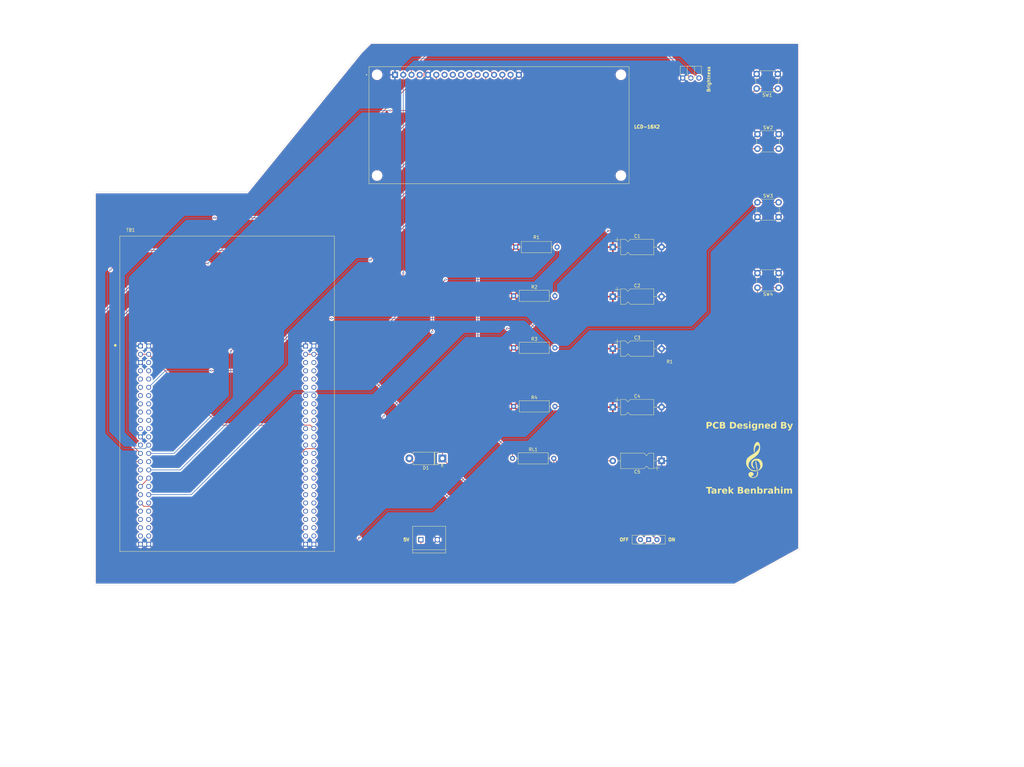
<source format=kicad_pcb>
(kicad_pcb (version 20240108) (generator "pcbnew") (generator_version "8.0")
  (layers (0 "F.Cu" signal) (31 "B.Cu" signal) (34 "B.Paste" user) (35 "F.Paste" user) (36 "B.SilkS" user "B.Silkscreen") (37 "F.SilkS" user "F.Silkscreen") (38 "B.Mask" user) (39 "F.Mask" user) (44 "Edge.Cuts" user))
  (net 0 "")
  (net 1 "+5V")
  (net 2 "GND")
  (net 3 "Net-(D1-K)")
  (net 4 "Net-(D1-A)")
  (net 5 "Net-(J1-Pin_1)")
  (net 6 "Net-(TB1-PB14)")
  (net 7 "Net-(TB1-PB15)")
  (net 8 "Net-(TB1-PA0-WKUP)")
  (net 9 "Net-(TB1-PC8)")
  (net 10 "Net-(U1-A)")
  (net 11 "Net-(U1-VO)")
  (net 36 "Net-(TB1-PE10)")
  (net 38 "Net-(TB1-3V-PadP2_5)")
  (net 40 "Net-(TB1-VDD-PadP1_3)")
  (net 44 "Net-(TB1-PE9)")
  (net 52 "Net-(TB1-PE14)")
  (net 64 "Net-(TB1-PE11)")
  (net 72 "Net-(TB1-PE7)")
  (net 75 "Net-(TB1-PE8)")
  (net 88 "Net-(TB1-PB10)")
  (footprint "Button_Switch_THT:SW_PUSH_6mm_H4.3mm" (layer "F.Cu") (at 537 82.25)
    (property "Reference" "SW3" (at 3.25 -2 0) (layer "F.SilkS"))
    (property "Value" "SW_Push")
    (pad "1" thru_hole circle (at 0 0 90) (size 2 2) (drill 1.1) (layers "*.Cu" "*.Mask") (net 8 "Net-(TB1-PA0-WKUP)"))
    (pad "1" thru_hole circle (at 6.5 0 90) (size 2 2) (drill 1.1) (layers "*.Cu" "*.Mask") (net 8 "Net-(TB1-PA0-WKUP)"))
    (pad "2" thru_hole circle (at 0 4.5 90) (size 2 2) (drill 1.1) (layers "*.Cu" "*.Mask") (net 2 "GND"))
    (pad "2" thru_hole circle (at 6.5 4.5 90) (size 2 2) (drill 1.1) (layers "*.Cu" "*.Mask") (net 2 "GND"))
  )
  (footprint "Resistor_THT:R_Axial_DIN0309_L9.0mm_D3.2mm_P12.70mm_Horizontal" (layer "F.Cu") (at 461.65 161)
    (property "Reference" "RL1" (at 6.35 -2.72 0) (layer "F.SilkS"))
    (property "Value" "1K")
    (pad "1" thru_hole circle (at 0 0) (size 1.6 1.6) (drill 0.8) (layers "*.Cu" "*.Mask") (net 10 "Net-(U1-A)"))
    (pad "2" thru_hole oval (at 12.7 0) (size 1.6 1.6) (drill 0.8) (layers "*.Cu" "*.Mask") (net 3 "Net-(D1-K)"))
  )
  (footprint "Diode_THT:D_DO-15_P10.16mm_Horizontal" (layer "F.Cu") (at 440.08 161 180)
    (property "Reference" "D1" (at 5.08 -2.92 360) (layer "F.SilkS"))
    (property "Value" "D_Schottky")
    (fp_text user "K" (at 0 -2.2 360) (layer "F.SilkS"))
    (pad "1" thru_hole rect (at 0 0 180) (size 2.4 2.4) (drill 1.2) (layers "*.Cu" "*.Mask") (net 3 "Net-(D1-K)"))
    (pad "2" thru_hole oval (at 10.16 0 180) (size 2.4 2.4) (drill 1.2) (layers "*.Cu" "*.Mask") (net 4 "Net-(D1-A)"))
  )
  (footprint "Resistor_THT:R_Axial_DIN0309_L9.0mm_D3.2mm_P12.70mm_Horizontal" (layer "F.Cu") (at 462 145)
    (property "Reference" "R4" (at 6.35 -2.72 0) (layer "F.SilkS"))
    (property "Value" "1K")
    (pad "1" thru_hole circle (at 0 0) (size 1.6 1.6) (drill 0.8) (layers "*.Cu" "*.Mask") (net 1 "+5V"))
    (pad "2" thru_hole oval (at 12.7 0) (size 1.6 1.6) (drill 0.8) (layers "*.Cu" "*.Mask") (net 9 "Net-(TB1-PC8)"))
  )
  (footprint "Capacitor_THT:CP_Axial_L10.0mm_D4.5mm_P15.00mm_Horizontal" (layer "F.Cu") (at 492.5 111.2425)
    (property "Reference" "C2" (at 7.5 -3.37 0) (layer "F.SilkS"))
    (property "Value" "100n")
    (pad "1" thru_hole rect (at 0 0) (size 2 2) (drill 1) (layers "*.Cu" "*.Mask") (net 1 "+5V"))
    (pad "2" thru_hole oval (at 15 0) (size 2 2) (drill 1) (layers "*.Cu" "*.Mask") (net 2 "GND"))
  )
  (footprint "Capacitor_THT:CP_Axial_L10.0mm_D4.5mm_P15.00mm_Horizontal" (layer "F.Cu") (at 492.5 145.2425)
    (property "Reference" "C4" (at 7.5 -3.37 0) (layer "F.SilkS"))
    (property "Value" "100n")
    (pad "1" thru_hole rect (at 0 0) (size 2 2) (drill 1) (layers "*.Cu" "*.Mask") (net 1 "+5V"))
    (pad "2" thru_hole oval (at 15 0) (size 2 2) (drill 1) (layers "*.Cu" "*.Mask") (net 2 "GND"))
  )
  (footprint "LOGO" (layer "F.Cu") (at 536 161)
    (property "Reference" "G***" (hide yes))
    (property "Value" "LOGO" (hide yes))
  )
  (footprint "scewterminal:screwterminal" (layer "F.Cu") (at 436 186)
    (property "Reference" "J1" (hide yes))
    (property "Value" "Screw_Terminal_01x02" (hide yes))
    (pad "1" thru_hole rect (at -2.54 0) (size 1.65 1.65) (drill 1.1) (layers "*.Cu" "*.Mask") (net 5 "Net-(J1-Pin_1)"))
    (pad "2" thru_hole circle (at 2.54 0) (size 1.65 1.65) (drill 1.1) (layers "*.Cu" "*.Mask") (net 2 "GND"))
  )
  (footprint "Capacitor_THT:CP_Axial_L10.0mm_D4.5mm_P15.00mm_Horizontal" (layer "F.Cu") (at 492.5 127.2425)
    (property "Reference" "C3" (at 7.5 -3.37 0) (layer "F.SilkS"))
    (property "Value" "100n")
    (pad "1" thru_hole rect (at 0 0) (size 2 2) (drill 1) (layers "*.Cu" "*.Mask") (net 1 "+5V"))
    (pad "2" thru_hole oval (at 15 0) (size 2 2) (drill 1) (layers "*.Cu" "*.Mask") (net 2 "GND"))
  )
  (footprint "Button_Switch_THT:SW_Slide-03_Wuerth-WS-SLTV_10x2.5x6.4_P2.54mm" (layer "F.Cu") (at 503.54 186)
    (property "Reference" "SW5" (hide yes))
    (property "Value" "SW_Wuerth_450301014042" (hide yes))
    (pad "1" thru_hole rect (at 0 0) (size 1.5 1.5) (drill 0.8) (layers "*.Cu" "*.Mask") (net 5 "Net-(J1-Pin_1)"))
    (pad "2" thru_hole circle (at -2.54 0) (size 1.6 1.6) (drill 0.8) (layers "*.Cu" "*.Mask"))
    (pad "3" thru_hole circle (at 2.54 0) (size 1.6 1.6) (drill 0.8) (layers "*.Cu" "*.Mask") (net 4 "Net-(D1-A)"))
  )
  (footprint "stm32:MODULE_STM32F4DISCOVERY" (layer "F.Cu") (at 373.87 141.12)
    (property "Reference" "TB1" (at -29.704825 -50.357815 0) (layer "F.SilkS") (effects (font (size 1.000654 1.000654))))
    (property "Value" "STM32F4DISCOVERY")
    (pad "P1_1" thru_hole rect (at -26.67 -14.68) (size 1.508 1.508) (drill 1) (layers "*.Cu" "*.Mask") (net 2 "GND"))
    (pad "P1_2" thru_hole circle (at -24.13 -14.68) (size 1.508 1.508) (drill 1) (layers "*.Cu" "*.Mask") (net 2 "GND"))
    (pad "P1_3" thru_hole circle (at -26.67 -12.14) (size 1.508 1.508) (drill 1) (layers "*.Cu" "*.Mask") (net 40 "Net-(TB1-VDD-PadP1_3)"))
    (pad "P1_4" thru_hole circle (at -24.13 -12.14) (size 1.508 1.508) (drill 1) (layers "*.Cu" "*.Mask") (net 40 "Net-(TB1-VDD-PadP1_3)"))
    (pad "P1_5" thru_hole circle (at -26.67 -9.6) (size 1.508 1.508) (drill 1) (layers "*.Cu" "*.Mask") (net 2 "GND"))
    (pad "P1_6" thru_hole circle (at -24.13 -9.6) (size 1.508 1.508) (drill 1) (layers "*.Cu" "*.Mask"))
    (pad "P1_7" thru_hole circle (at -26.67 -7.06) (size 1.508 1.508) (drill 1) (layers "*.Cu" "*.Mask"))
    (pad "P1_8" thru_hole circle (at -24.13 -7.06) (size 1.508 1.508) (drill 1) (layers "*.Cu" "*.Mask"))
    (pad "P1_9" thru_hole circle (at -26.67 -4.52) (size 1.508 1.508) (drill 1) (layers "*.Cu" "*.Mask"))
    (pad "P1_10" thru_hole circle (at -24.13 -4.52) (size 1.508 1.508) (drill 1) (layers "*.Cu" "*.Mask"))
    (pad "P1_11" thru_hole circle (at -26.67 -1.98) (size 1.508 1.508) (drill 1) (layers "*.Cu" "*.Mask"))
    (pad "P1_12" thru_hole circle (at -24.13 -1.98) (size 1.508 1.508) (drill 1) (layers "*.Cu" "*.Mask") (net 8 "Net-(TB1-PA0-WKUP)"))
    (pad "P1_13" thru_hole circle (at -26.67 0.56) (size 1.508 1.508) (drill 1) (layers "*.Cu" "*.Mask"))
    (pad "P1_14" thru_hole circle (at -24.13 0.56) (size 1.508 1.508) (drill 1) (layers "*.Cu" "*.Mask"))
    (pad "P1_15" thru_hole circle (at -26.67 3.1) (size 1.508 1.508) (drill 1) (layers "*.Cu" "*.Mask"))
    (pad "P1_16" thru_hole circle (at -24.13 3.1) (size 1.508 1.508) (drill 1) (layers "*.Cu" "*.Mask"))
    (pad "P1_17" thru_hole circle (at -26.67 5.64) (size 1.508 1.508) (drill 1) (layers "*.Cu" "*.Mask"))
    (pad "P1_18" thru_hole circle (at -24.13 5.64) (size 1.508 1.508) (drill 1) (layers "*.Cu" "*.Mask"))
    (pad "P1_19" thru_hole circle (at -26.67 8.18) (size 1.508 1.508) (drill 1) (layers "*.Cu" "*.Mask"))
    (pad "P1_20" thru_hole circle (at -24.13 8.18) (size 1.508 1.508) (drill 1) (layers "*.Cu" "*.Mask"))
    (pad "P1_21" thru_hole circle (at -26.67 10.72) (size 1.508 1.508) (drill 1) (layers "*.Cu" "*.Mask"))
    (pad "P1_22" thru_hole circle (at -24.13 10.72) (size 1.508 1.508) (drill 1) (layers "*.Cu" "*.Mask"))
    (pad "P1_23" thru_hole circle (at -26.67 13.26) (size 1.508 1.508) (drill 1) (layers "*.Cu" "*.Mask") (net 2 "GND"))
    (pad "P1_24" thru_hole circle (at -24.13 13.26) (size 1.508 1.508) (drill 1) (layers "*.Cu" "*.Mask"))
    (pad "P1_25" thru_hole circle (at -26.67 15.8) (size 1.508 1.508) (drill 1) (layers "*.Cu" "*.Mask") (net 72 "Net-(TB1-PE7)"))
    (pad "P1_26" thru_hole circle (at -24.13 15.8) (size 1.508 1.508) (drill 1) (layers "*.Cu" "*.Mask") (net 75 "Net-(TB1-PE8)"))
    (pad "P1_27" thru_hole circle (at -26.67 18.34) (size 1.508 1.508) (drill 1) (layers "*.Cu" "*.Mask") (net 44 "Net-(TB1-PE9)"))
    (pad "P1_28" thru_hole circle (at -24.13 18.34) (size 1.508 1.508) (drill 1) (layers "*.Cu" "*.Mask") (net 36 "Net-(TB1-PE10)"))
    (pad "P1_29" thru_hole circle (at -26.67 20.88) (size 1.508 1.508) (drill 1) (layers "*.Cu" "*.Mask") (net 64 "Net-(TB1-PE11)"))
    (pad "P1_30" thru_hole circle (at -24.13 20.88) (size 1.508 1.508) (drill 1) (layers "*.Cu" "*.Mask"))
    (pad "P1_31" thru_hole circle (at -26.67 23.42) (size 1.508 1.508) (drill 1) (layers "*.Cu" "*.Mask"))
    (pad "P1_32" thru_hole circle (at -24.13 23.42) (size 1.508 1.508) (drill 1) (layers "*.Cu" "*.Mask") (net 52 "Net-(TB1-PE14)"))
    (pad "P1_33" thru_hole circle (at -26.67 25.96) (size 1.508 1.508) (drill 1) (layers "*.Cu" "*.Mask"))
    (pad "P1_34" thru_hole circle (at -24.13 25.96) (size 1.508 1.508) (drill 1) (layers "*.Cu" "*.Mask") (net 88 "Net-(TB1-PB10)"))
    (pad "P1_35" thru_hole circle (at -26.67 28.5) (size 1.508 1.508) (drill 1) (layers "*.Cu" "*.Mask") (net 88 "Net-(TB1-PB10)"))
    (pad "P1_36" thru_hole circle (at -24.13 28.5) (size 1.508 1.508) (drill 1) (layers "*.Cu" "*.Mask"))
    (pad "P1_37" thru_hole circle (at -26.67 31.04) (size 1.508 1.508) (drill 1) (layers "*.Cu" "*.Mask"))
    (pad "P1_38" thru_hole circle (at -24.13 31.04) (size 1.508 1.508) (drill 1) (layers "*.Cu" "*.Mask") (net 6 "Net-(TB1-PB14)"))
    (pad "P1_39" thru_hole circle (at -26.67 33.58) (size 1.508 1.508) (drill 1) (layers "*.Cu" "*.Mask") (net 7 "Net-(TB1-PB15)"))
    (pad "P1_40" thru_hole circle (at -24.13 33.58) (size 1.508 1.508) (drill 1) (layers "*.Cu" "*.Mask"))
    (pad "P1_41" thru_hole circle (at -26.67 36.12) (size 1.508 1.508) (drill 1) (layers "*.Cu" "*.Mask"))
    (pad "P1_42" thru_hole circle (at -24.13 36.12) (size 1.508 1.508) (drill 1) (layers "*.Cu" "*.Mask"))
    (pad "P1_43" thru_hole circle (at -26.67 38.66) (size 1.508 1.508) (drill 1) (layers "*.Cu" "*.Mask"))
    (pad "P1_44" thru_hole circle (at -24.13 38.66) (size 1.508 1.508) (drill 1) (layers "*.Cu" "*.Mask"))
    (pad "P1_45" thru_hole circle (at -26.67 41.2) (size 1.508 1.508) (drill 1) (layers "*.Cu" "*.Mask"))
    (pad "P1_46" thru_hole circle (at -24.13 41.2) (size 1.508 1.508) (drill 1) (layers "*.Cu" "*.Mask"))
    (pad "P1_47" thru_hole circle (at -26.67 43.74) (size 1.508 1.508) (drill 1) (layers "*.Cu" "*.Mask"))
    (pad "P1_48" thru_hole circle (at -24.13 43.74) (size 1.508 1.508) (drill 1) (layers "*.Cu" "*.Mask"))
    (pad "P1_49" thru_hole circle (at -26.67 46.28) (size 1.508 1.508) (drill 1) (layers "*.Cu" "*.Mask") (net 2 "GND"))
    (pad "P1_50" thru_hole circle (at -24.13 46.28) (size 1.508 1.508) (drill 1) (layers "*.Cu" "*.Mask") (net 2 "GND"))
    (pad "P2_1" thru_hole rect (at 24.13 -14.68) (size 1.508 1.508) (drill 1) (layers "*.Cu" "*.Mask") (net 2 "GND"))
    (pad "P2_2" thru_hole circle (at 26.67 -14.68) (size 1.508 1.508) (drill 1) (layers "*.Cu" "*.Mask") (net 2 "GND"))
    (pad "P2_3" thru_hole circle (at 24.13 -12.14) (size 1.508 1.508) (drill 1) (layers "*.Cu" "*.Mask") (net 3 "Net-(D1-K)"))
    (pad "P2_4" thru_hole circle (at 26.67 -12.14) (size 1.508 1.508) (drill 1) (layers "*.Cu" "*.Mask") (net 3 "Net-(D1-K)"))
    (pad "P2_5" thru_hole circle (at 24.13 -9.6) (size 1.508 1.508) (drill 1) (layers "*.Cu" "*.Mask") (net 38 "Net-(TB1-3V-PadP2_5)"))
    (pad "P2_6" thru_hole circle (at 26.67 -9.6) (size 1.508 1.508) (drill 1) (layers "*.Cu" "*.Mask") (net 38 "Net-(TB1-3V-PadP2_5)"))
    (pad "P2_7" thru_hole circle (at 24.13 -7.06) (size 1.508 1.508) (drill 1) (layers "*.Cu" "*.Mask"))
    (pad "P2_8" thru_hole circle (at 26.67 -7.06) (size 1.508 1.508) (drill 1) (layers "*.Cu" "*.Mask"))
    (pad "P2_9" thru_hole circle (at 24.13 -4.52) (size 1.508 1.508) (drill 1) (layers "*.Cu" "*.Mask"))
    (pad "P2_10" thru_hole circle (at 26.67 -4.52) (size 1.508 1.508) (drill 1) (layers "*.Cu" "*.Mask"))
    (pad "P2_11" thru_hole circle (at 24.13 -1.98) (size 1.508 1.508) (drill 1) (layers "*.Cu" "*.Mask"))
    (pad "P2_12" thru_hole circle (at 26.67 -1.98) (size 1.508 1.508) (drill 1) (layers "*.Cu" "*.Mask"))
    (pad "P2_13" thru_hole circle (at 24.13 0.56) (size 1.508 1.508) (drill 1) (layers "*.Cu" "*.Mask"))
    (pad "P2_14" thru_hole circle (at 26.67 0.56) (size 1.508 1.508) (drill 1) (layers "*.Cu" "*.Mask"))
    (pad "P2_15" thru_hole circle (at 24.13 3.1) (size 1.508 1.508) (drill 1) (layers "*.Cu" "*.Mask"))
    (pad "P2_16" thru_hole circle (at 26.67 3.1) (size 1.508 1.508) (drill 1) (layers "*.Cu" "*.Mask"))
    (pad "P2_17" thru_hole circle (at 24.13 5.64) (size 1.508 1.508) (drill 1) (layers "*.Cu" "*.Mask"))
    (pad "P2_18" thru_hole circle (at 26.67 5.64) (size 1.508 1.508) (drill 1) (layers "*.Cu" "*.Mask"))
    (pad "P2_19" thru_hole circle (at 24.13 8.18) (size 1.508 1.508) (drill 1) (layers "*.Cu" "*.Mask"))
    (pad "P2_20" thru_hole circle (at 26.67 8.18) (size 1.508 1.508) (drill 1) (layers "*.Cu" "*.Mask"))
    (pad "P2_21" thru_hole circle (at 24.13 10.72) (size 1.508 1.508) (drill 1) (layers "*.Cu" "*.Mask"))
    (pad "P2_22" thru_hole circle (at 26.67 10.72) (size 1.508 1.508) (drill 1) (layers "*.Cu" "*.Mask") (net 40 "Net-(TB1-VDD-PadP1_3)"))
    (pad "P2_23" thru_hole circle (at 24.13 13.26) (size 1.508 1.508) (drill 1) (layers "*.Cu" "*.Mask"))
    (pad "P2_24" thru_hole circle (at 26.67 13.26) (size 1.508 1.508) (drill 1) (layers "*.Cu" "*.Mask"))
    (pad "P2_25" thru_hole circle (at 24.13 15.8) (size 1.508 1.508) (drill 1) (layers "*.Cu" "*.Mask"))
    (pad "P2_26" thru_hole circle (at 26.67 15.8) (size 1.508 1.508) (drill 1) (layers "*.Cu" "*.Mask"))
    (pad "P2_27" thru_hole circle (at 24.13 18.34) (size 1.508 1.508) (drill 1) (layers "*.Cu" "*.Mask"))
    (pad "P2_28" thru_hole circle (at 26.67 18.34) (size 1.508 1.508) (drill 1) (layers "*.Cu" "*.Mask"))
    (pad "P2_29" thru_hole circle (at 24.13 20.88) (size 1.508 1.508) (drill 1) (layers "*.Cu" "*.Mask"))
    (pad "P2_30" thru_hole circle (at 26.67 20.88) (size 1.508 1.508) (drill 1) (layers "*.Cu" "*.Mask"))
    (pad "P2_31" thru_hole circle (at 24.13 23.42) (size 1.508 1.508) (drill 1) (layers "*.Cu" "*.Mask"))
    (pad "P2_32" thru_hole circle (at 26.67 23.42) (size 1.508 1.508) (drill 1) (layers "*.Cu" "*.Mask"))
    (pad "P2_33" thru_hole circle (at 24.13 25.96) (size 1.508 1.508) (drill 1) (layers "*.Cu" "*.Mask"))
    (pad "P2_34" thru_hole circle (at 26.67 25.96) (size 1.508 1.508) (drill 1) (layers "*.Cu" "*.Mask"))
    (pad "P2_35" thru_hole circle (at 24.13 28.5) (size 1.508 1.508) (drill 1) (layers "*.Cu" "*.Mask"))
    (pad "P2_36" thru_hole circle (at 26.67 28.5) (size 1.508 1.508) (drill 1) (layers "*.Cu" "*.Mask"))
    (pad "P2_37" thru_hole circle (at 24.13 31.04) (size 1.508 1.508) (drill 1) (layers "*.Cu" "*.Mask"))
    (pad "P2_38" thru_hole circle (at 26.67 31.04) (size 1.508 1.508) (drill 1) (layers "*.Cu" "*.Mask"))
    (pad "P2_39" thru_hole circle (at 24.13 33.58) (size 1.508 1.508) (drill 1) (layers "*.Cu" "*.Mask"))
    (pad "P2_40" thru_hole circle (at 26.67 33.58) (size 1.508 1.508) (drill 1) (layers "*.Cu" "*.Mask"))
    (pad "P2_41" thru_hole circle (at 24.13 36.12) (size 1.508 1.508) (drill 1) (layers "*.Cu" "*.Mask"))
    (pad "P2_42" thru_hole circle (at 26.67 36.12) (size 1.508 1.508) (drill 1) (layers "*.Cu" "*.Mask"))
    (pad "P2_43" thru_hole circle (at 24.13 38.66) (size 1.508 1.508) (drill 1) (layers "*.Cu" "*.Mask"))
    (pad "P2_44" thru_hole circle (at 26.67 38.66) (size 1.508 1.508) (drill 1) (layers "*.Cu" "*.Mask"))
    (pad "P2_45" thru_hole circle (at 24.13 41.2) (size 1.508 1.508) (drill 1) (layers "*.Cu" "*.Mask") (net 9 "Net-(TB1-PC8)"))
    (pad "P2_46" thru_hole circle (at 26.67 41.2) (size 1.508 1.508) (drill 1) (layers "*.Cu" "*.Mask"))
    (pad "P2_47" thru_hole circle (at 24.13 43.74) (size 1.508 1.508) (drill 1) (layers "*.Cu" "*.Mask"))
    (pad "P2_48" thru_hole circle (at 26.67 43.74) (size 1.508 1.508) (drill 1) (layers "*.Cu" "*.Mask"))
    (pad "P2_49" thru_hole circle (at 24.13 46.28) (size 1.508 1.508) (drill 1) (layers "*.Cu" "*.Mask") (net 2 "GND"))
    (pad "P2_50" thru_hole circle (at 26.67 46.28) (size 1.508 1.508) (drill 1) (layers "*.Cu" "*.Mask") (net 2 "GND"))
  )
  (footprint "Resistor_THT:R_Axial_DIN0309_L9.0mm_D3.2mm_P12.70mm_Horizontal" (layer "F.Cu") (at 462 127)
    (property "Reference" "R3" (at 6.35 -2.72 0) (layer "F.SilkS"))
    (property "Value" "1K")
    (pad "1" thru_hole circle (at 0 0) (size 1.6 1.6) (drill 0.8) (layers "*.Cu" "*.Mask") (net 1 "+5V"))
    (pad "2" thru_hole oval (at 12.7 0) (size 1.6 1.6) (drill 0.8) (layers "*.Cu" "*.Mask") (net 8 "Net-(TB1-PA0-WKUP)"))
  )
  (footprint "lcd:MODULE_LCD-16X2" (layer "F.Cu") (at 457.5 58.5)
    (property "Reference" "U1" (hide yes))
    (property "Value" "LCD-16X2" (at 45.5 0.5 0) (layer "F.SilkS") (effects (font (thickness 0.25) (bold yes))))
    (pad "" np_thru_hole circle (at -37.5 -15.5) (size 2.8 2.8) (drill 2.8) (layers "*.Cu" "*.Mask"))
    (pad "" np_thru_hole circle (at -37.5 15.5) (size 2.8 2.8) (drill 2.8) (layers "*.Cu" "*.Mask"))
    (pad "" np_thru_hole circle (at 37.5 -15.5) (size 2.8 2.8) (drill 2.8) (layers "*.Cu" "*.Mask"))
    (pad "" np_thru_hole circle (at 37.5 15.5) (size 2.8 2.8) (drill 2.8) (layers "*.Cu" "*.Mask"))
    (pad "1" thru_hole rect (at -32 -15.5) (size 1.8796 1.8796) (drill 1.016) (layers "*.Cu" "*.Mask") (net 2 "GND"))
    (pad "2" thru_hole circle (at -29.46 -15.5) (size 1.8796 1.8796) (drill 1.016) (layers "*.Cu" "*.Mask") (net 3 "Net-(D1-K)"))
    (pad "3" thru_hole circle (at -26.92 -15.5) (size 1.8796 1.8796) (drill 1.016) (layers "*.Cu" "*.Mask") (net 11 "Net-(U1-VO)"))
    (pad "4" thru_hole circle (at -24.38 -15.5) (size 1.8796 1.8796) (drill 1.016) (layers "*.Cu" "*.Mask") (net 72 "Net-(TB1-PE7)"))
    (pad "5" thru_hole circle (at -21.84 -15.5) (size 1.8796 1.8796) (drill 1.016) (layers "*.Cu" "*.Mask") (net 2 "GND"))
    (pad "6" thru_hole circle (at -19.3 -15.5) (size 1.8796 1.8796) (drill 1.016) (layers "*.Cu" "*.Mask") (net 75 "Net-(TB1-PE8)"))
    (pad "7" thru_hole circle (at -16.76 -15.5) (size 1.8796 1.8796) (drill 1.016) (layers "*.Cu" "*.Mask"))
    (pad "8" thru_hole circle (at -14.22 -15.5) (size 1.8796 1.8796) (drill 1.016) (layers "*.Cu" "*.Mask"))
    (pad "9" thru_hole circle (at -11.68 -15.5) (size 1.8796 1.8796) (drill 1.016) (layers "*.Cu" "*.Mask"))
    (pad "10" thru_hole circle (at -9.14 -15.5) (size 1.8796 1.8796) (drill 1.016) (layers "*.Cu" "*.Mask"))
    (pad "11" thru_hole circle (at -6.6 -15.5) (size 1.8796 1.8796) (drill 1.016) (layers "*.Cu" "*.Mask") (net 44 "Net-(TB1-PE9)"))
    (pad "12" thru_hole circle (at -4.06 -15.5) (size 1.8796 1.8796) (drill 1.016) (layers "*.Cu" "*.Mask") (net 36 "Net-(TB1-PE10)"))
    (pad "13" thru_hole circle (at -1.52 -15.5) (size 1.8796 1.8796) (drill 1.016) (layers "*.Cu" "*.Mask") (net 64 "Net-(TB1-PE11)"))
    (pad "14" thru_hole circle (at 1.02 -15.5) (size 1.8796 1.8796) (drill 1.016) (layers "*.Cu" "*.Mask") (net 52 "Net-(TB1-PE14)"))
    (pad "15" thru_hole circle (at 3.56 -15.5) (size 1.8796 1.8796) (drill 1.016) (layers "*.Cu" "*.Mask") (net 10 "Net-(U1-A)"))
    (pad "16" thru_hole circle (at 6.1 -15.5) (size 1.8796 1.8796) (drill 1.016) (layers "*.Cu" "*.Mask") (net 2 "GND"))
  )
  (footprint "Resistor_THT:R_Axial_DIN0309_L9.0mm_D3.2mm_P12.70mm_Horizontal" (layer "F.Cu") (at 462 111)
    (property "Reference" "R2" (at 6.35 -2.72 0) (layer "F.SilkS"))
    (property "Value" "1K")
    (pad "1" thru_hole circle (at 0 0) (size 1.6 1.6) (drill 0.8) (layers "*.Cu" "*.Mask") (net 1 "+5V"))
    (pad "2" thru_hole oval (at 12.7 0) (size 1.6 1.6) (drill 0.8) (layers "*.Cu" "*.Mask") (net 7 "Net-(TB1-PB15)"))
  )
  (footprint "Potentiometer_THT:Potentiometer_ACP_CA6-H2,5_Horizontal" (layer "F.Cu") (at 514 44 90)
    (property "Reference" "RV1" (hide yes))
    (property "Value" "Brightness " (at 0 8 90) (layer "F.SilkS") (effects (font (thickness 0.2) (bold yes))))
    (pad "1" thru_hole circle (at 0 0 90) (size 1.62 1.62) (drill 0.9) (layers "*.Cu" "*.Mask") (net 2 "GND"))
    (pad "2" thru_hole circle (at 0 2.5 90) (size 1.62 1.62) (drill 0.9) (layers "*.Cu" "*.Mask") (net 11 "Net-(U1-VO)"))
    (pad "3" thru_hole circle (at 0 5 90) (size 1.62 1.62) (drill 0.9) (layers "*.Cu" "*.Mask") (net 3 "Net-(D1-K)"))
  )
  (footprint "Capacitor_THT:CP_Axial_L10.0mm_D4.5mm_P15.00mm_Horizontal" (layer "F.Cu") (at 507.5 161.7575 180)
    (property "Reference" "C5" (at 7.5 -3.37 360) (layer "F.SilkS"))
    (property "Value" "100n")
    (pad "1" thru_hole rect (at 0 0 180) (size 2 2) (drill 1) (layers "*.Cu" "*.Mask") (net 2 "GND"))
    (pad "2" thru_hole oval (at 15 0 180) (size 2 2) (drill 1) (layers "*.Cu" "*.Mask") (net 3 "Net-(D1-K)"))
  )
  (footprint "Button_Switch_THT:SW_PUSH_6mm_H4.3mm" (layer "F.Cu") (at 537 61.25)
    (property "Reference" "SW2" (at 3.25 -2 0) (layer "F.SilkS"))
    (property "Value" "SW_Push")
    (pad "1" thru_hole circle (at 0 0 90) (size 2 2) (drill 1.1) (layers "*.Cu" "*.Mask") (net 2 "GND"))
    (pad "1" thru_hole circle (at 6.5 0 90) (size 2 2) (drill 1.1) (layers "*.Cu" "*.Mask") (net 2 "GND"))
    (pad "2" thru_hole circle (at 0 4.5 90) (size 2 2) (drill 1.1) (layers "*.Cu" "*.Mask") (net 7 "Net-(TB1-PB15)"))
    (pad "2" thru_hole circle (at 6.5 4.5 90) (size 2 2) (drill 1.1) (layers "*.Cu" "*.Mask") (net 7 "Net-(TB1-PB15)"))
  )
  (footprint "Button_Switch_THT:SW_PUSH_6mm_H4.3mm" (layer "F.Cu") (at 543.25 47.25 180)
    (property "Reference" "SW1" (at 3.25 -2 360) (layer "F.SilkS"))
    (property "Value" "SW_Push")
    (pad "1" thru_hole circle (at 0 0 270) (size 2 2) (drill 1.1) (layers "*.Cu" "*.Mask") (net 6 "Net-(TB1-PB14)"))
    (pad "1" thru_hole circle (at 6.5 0 270) (size 2 2) (drill 1.1) (layers "*.Cu" "*.Mask") (net 6 "Net-(TB1-PB14)"))
    (pad "2" thru_hole circle (at 0 4.5 270) (size 2 2) (drill 1.1) (layers "*.Cu" "*.Mask") (net 2 "GND"))
    (pad "2" thru_hole circle (at 6.5 4.5 270) (size 2 2) (drill 1.1) (layers "*.Cu" "*.Mask") (net 2 "GND"))
  )
  (footprint "Resistor_THT:R_Axial_DIN0309_L9.0mm_D3.2mm_P12.70mm_Horizontal" (layer "F.Cu") (at 462.65 96)
    (property "Reference" "R1" (at 47.35 35.28 0) (layer "F.SilkS"))
    (property "Value" "1K")
    (pad "1" thru_hole circle (at 0 0) (size 1.6 1.6) (drill 0.8) (layers "*.Cu" "*.Mask") (net 1 "+5V"))
    (pad "2" thru_hole oval (at 12.7 0) (size 1.6 1.6) (drill 0.8) (layers "*.Cu" "*.Mask") (net 6 "Net-(TB1-PB14)"))
  )
  (footprint "Capacitor_THT:CP_Axial_L10.0mm_D4.5mm_P15.00mm_Horizontal" (layer "F.Cu") (at 492.5 96)
    (property "Reference" "C1" (at 7.5 -3.37 0) (layer "F.SilkS"))
    (property "Value" "100n")
    (pad "1" thru_hole rect (at 0 0) (size 2 2) (drill 1) (layers "*.Cu" "*.Mask") (net 1 "+5V"))
    (pad "2" thru_hole oval (at 15 0) (size 2 2) (drill 1) (layers "*.Cu" "*.Mask") (net 2 "GND"))
  )
  (footprint "Button_Switch_THT:SW_PUSH_6mm_H4.3mm" (layer "F.Cu") (at 543.5 108.5 180)
    (property "Reference" "SW4" (at 3.25 -2 360) (layer "F.SilkS"))
    (property "Value" "SW_Push")
    (pad "1" thru_hole circle (at 0 0 270) (size 2 2) (drill 1.1) (layers "*.Cu" "*.Mask") (net 9 "Net-(TB1-PC8)"))
    (pad "1" thru_hole circle (at 6.5 0 270) (size 2 2) (drill 1.1) (layers "*.Cu" "*.Mask") (net 9 "Net-(TB1-PC8)"))
    (pad "2" thru_hole circle (at 0 4.5 270) (size 2 2) (drill 1.1) (layers "*.Cu" "*.Mask") (net 2 "GND"))
    (pad "2" thru_hole circle (at 6.5 4.5 270) (size 2 2) (drill 1.1) (layers "*.Cu" "*.Mask") (net 2 "GND"))
  )
  (gr_line (start 333 200) (end 333 79) (stroke (width 0.05)) (layer "Edge.Cuts"))
  (gr_line (start 418 33) (end 415 36) (stroke (width 0.05)) (layer "Edge.Cuts"))
  (gr_line (start 530 200) (end 333 200) (stroke (width 0.05)) (layer "Edge.Cuts"))
  (gr_line (start 550 34) (end 550 189) (stroke (width 0.05)) (layer "Edge.Cuts"))
  (gr_line (start 550 34) (end 550 33) (stroke (width 0.05)) (layer "Edge.Cuts"))
  (gr_line (start 550 189) (end 530 200) (stroke (width 0.05)) (layer "Edge.Cuts"))
  (gr_line (start 380 79) (end 415 36) (stroke (width 0.05)) (layer "Edge.Cuts"))
  (gr_line (start 418 33) (end 550 33) (stroke (width 0.05)) (layer "Edge.Cuts"))
  (gr_line (start 333 79) (end 380 79) (stroke (width 0.05)) (layer "Edge.Cuts"))
  (gr_text "OFF\n" (at 496 186 0) (layer "F.SilkS") (effects (font (size 1 1) (thickness 0.25) (bold yes))))
  (gr_text "ON " (at 511 186 0) (layer "F.SilkS") (effects (font (size 1 1) (thickness 0.25) (bold yes))))
  (gr_text "R1" (at 469 93 0) (layer "F.SilkS") (effects (font (size 1 1))))
  (gr_text "5V" (at 429 186 0) (layer "F.SilkS") (effects (font (size 1 1) (thickness 0.25) (bold yes))))
  (gr_text "PCB Designed By " (at 535 151 0) (layer "F.SilkS") (effects (font (size 2 2) (thickness 0.25) (bold yes))))
  (gr_text "Tarek Benbrahim " (at 535 171 0) (layer "F.SilkS") (effects (font (size 2 2) (thickness 0.25) (bold yes))))
  (segment (start 414.02 128.98) (end 428 115) (width 0.2) (layer "F.Cu") (net 3))
  (segment (start 428 104) (end 428.04 103.96) (width 0.2) (layer "F.Cu") (net 3))
  (segment (start 474.35 161) (end 474.35 163.65) (width 0.2) (layer "F.Cu") (net 3))
  (segment (start 440.08 161) (end 440.08 153.08) (width 0.2) (layer "F.Cu") (net 3))
  (segment (start 414.02 132.02) (end 414.02 128.98) (width 0.2) (layer "F.Cu") (net 3))
  (segment (start 440.08 153.08) (end 436 149) (width 0.2) (layer "F.Cu") (net 3))
  (segment (start 470 168) (end 447 168) (width 0.2) (layer "F.Cu") (net 3))
  (segment (start 440.08 161.08) (end 440.08 161) (width 0.2) (layer "F.Cu") (net 3))
  (segment (start 492.5 161.7575) (end 490.2425 161.7575) (width 0.2) (layer "F.Cu") (net 3))
  (segment (start 490.2425 161.7575) (end 487 165) (width 0.2) (layer "F.Cu") (net 3))
  (segment (start 400.54 128.98) (end 414.02 128.98) (width 0.2) (layer "F.Cu") (net 3))
  (segment (start 487 165) (end 478.35 165) (width 0.2) (layer "F.Cu") (net 3))
  (segment (start 474.35 163.65) (end 470 168) (width 0.2) (layer "F.Cu") (net 3))
  (segment (start 398 128.98) (end 400.54 128.98) (width 0.2) (layer "F.Cu") (net 3))
  (segment (start 436 149) (end 431 149) (width 0.2) (layer "F.Cu") (net 3))
  (segment (start 447 168) (end 440.08 161.08) (width 0.2) (layer "F.Cu") (net 3))
  (segment (start 431 149) (end 414.02 132.02) (width 0.2) (layer "F.Cu") (net 3))
  (segment (start 478.35 165) (end 474.35 161) (width 0.2) (layer "F.Cu") (net 3))
  (segment (start 428 115) (end 428 104) (width 0.2) (layer "F.Cu") (net 3))
  (via (at 428.04 103.96) (size 0.6) (drill 0.3) (layers "F.Cu" "B.Cu") (net 3))
  (segment (start 428.04 43) (end 428.04 40.96) (width 0.2) (layer "B.Cu") (net 3))
  (segment (start 428.04 40.96) (end 431 38) (width 0.2) (layer "B.Cu") (net 3))
  (segment (start 428.04 103.96) (end 428.04 43) (width 0.2) (layer "B.Cu") (net 3))
  (segment (start 513 38) (end 519 44) (width 0.2) (layer "B.Cu") (net 3))
  (segment (start 431 38) (end 513 38) (width 0.2) (layer "B.Cu") (net 3))
  (segment (start 506.08 186) (end 493.08 173) (width 0.2) (layer "F.Cu") (net 4))
  (segment (start 441.92 173) (end 429.92 161) (width 0.2) (layer "F.Cu") (net 4))
  (segment (start 493.08 173) (end 441.92 173) (width 0.2) (layer "F.Cu") (net 4))
  (segment (start 492.54 197) (end 441 197) (width 0.2) (layer "F.Cu") (net 5))
  (segment (start 433.46 189.46) (end 433.46 186) (width 0.2) (layer "F.Cu") (net 5))
  (segment (start 503.54 186) (end 492.54 197) (width 0.2) (layer "F.Cu") (net 5))
  (segment (start 441 197) (end 433.46 189.46) (width 0.2) (layer "F.Cu") (net 5))
  (segment (start 475.35 94.56875) (end 475.35 96) (width 0.2) (layer "F.Cu") (net 6))
  (segment (start 437 122) (end 437 110) (width 0.2) (layer "F.Cu") (net 6))
  (segment (start 536.75 47.25) (end 543.25 47.25) (width 0.2) (layer "F.Cu") (net 6))
  (segment (start 498 86) (end 483.91875 86) (width 0.2) (layer "F.Cu") (net 6))
  (segment (start 536.75 47.25) (end 498 86) (width 0.2) (layer "F.Cu") (net 6))
  (segment (start 483.91875 86) (end 475.35 94.56875) (width 0.2) (layer "F.Cu") (net 6))
  (segment (start 437 110) (end 441 106) (width 0.2) (layer "F.Cu") (net 6))
  (via (at 441 106) (size 0.6) (drill 0.3) (layers "F.Cu" "B.Cu") (net 6))
  (via (at 437 122) (size 0.6) (drill 0.3) (layers "F.Cu" "B.Cu") (net 6))
  (segment (start 394.374 140.626) (end 418.374 140.626) (width 0.2) (layer "B.Cu") (net 6))
  (segment (start 475.35 98.65) (end 475.35 96) (width 0.2) (layer "B.Cu") (net 6))
  (segment (start 441 106) (end 468 106) (width 0.2) (layer "B.Cu") (net 6))
  (segment (start 349.74 172.16) (end 362.84 172.16) (width 0.2) (layer "B.Cu") (net 6))
  (segment (start 418.374 140.626) (end 437 122) (width 0.2) (layer "B.Cu") (net 6))
  (segment (start 362.84 172.16) (end 394.374 140.626) (width 0.2) (layer "B.Cu") (net 6))
  (segment (start 468 106) (end 475.35 98.65) (width 0.2) (layer "B.Cu") (net 6))
  (segment (start 460 121) (end 467 121) (width 0.2) (layer "F.Cu") (net 7))
  (segment (start 467 121) (end 474.7 113.3) (width 0.2) (layer "F.Cu") (net 7))
  (segment (start 380.215418 175.754) (end 397.969418 158) (width 0.2) (layer "F.Cu") (net 7))
  (segment (start 397.969418 158) (end 412 158) (width 0.2) (layer "F.Cu") (net 7))
  (segment (start 508 91) (end 491 91) (width 0.2) (layer "F.Cu") (net 7))
  (segment (start 537 65.75) (end 533.25 65.75) (width 0.2) (layer "F.Cu") (net 7))
  (segment (start 347.2 174.7) (end 348.254 175.754) (width 0.2) (layer "F.Cu") (net 7))
  (segment (start 537 65.75) (end 543.5 65.75) (width 0.2) (layer "F.Cu") (net 7))
  (segment (start 348.254 175.754) (end 380.215418 175.754) (width 0.2) (layer "F.Cu") (net 7))
  (segment (start 533.25 65.75) (end 508 91) (width 0.2) (layer "F.Cu") (net 7))
  (segment (start 412 158) (end 422 148) (width 0.2) (layer "F.Cu") (net 7))
  (segment (start 474.7 113.3) (end 474.7 111) (width 0.2) (layer "F.Cu") (net 7))
  (via (at 422 148) (size 0.6) (drill 0.3) (layers "F.Cu" "B.Cu") (net 7))
  (via (at 460 121) (size 0.6) (drill 0.3) (layers "F.Cu" "B.Cu") (net 7))
  (via (at 491 91) (size 0.6) (drill 0.3) (layers "F.Cu" "B.Cu") (net 7))
  (segment (start 474.7 107.3) (end 491 91) (width 0.2) (layer "B.Cu") (net 7))
  (segment (start 458 123) (end 447 123) (width 0.2) (layer "B.Cu") (net 7))
  (segment (start 474.7 111) (end 474.7 107.3) (width 0.2) (layer "B.Cu") (net 7))
  (segment (start 447 123) (end 422 148) (width 0.2) (layer "B.Cu") (net 7))
  (segment (start 460 121) (end 458 123) (width 0.2) (layer "B.Cu") (net 7))
  (segment (start 382 134) (end 369 134) (width 0.2) (layer "F.Cu") (net 8))
  (segment (start 406 118) (end 398 118) (width 0.2) (layer "F.Cu") (net 8))
  (segment (start 537 82.25) (end 543.5 82.25) (width 0.2) (layer "F.Cu") (net 8))
  (segment (start 398 118) (end 382 134) (width 0.2) (layer "F.Cu") (net 8))
  (via (at 369 134) (size 0.6) (drill 0.3) (layers "F.Cu" "B.Cu") (net 8))
  (via (at 406 118) (size 0.6) (drill 0.3) (layers "F.Cu" "B.Cu") (net 8))
  (segment (start 465.7 118) (end 406 118) (width 0.2) (layer "B.Cu") (net 8))
  (segment (start 522 116) (end 517 121) (width 0.2) (layer "B.Cu") (net 8))
  (segment (start 354.88 134) (end 349.74 139.14) (width 0.2) (layer "B.Cu") (net 8))
  (segment (start 479 127) (end 474.7 127) (width 0.2) (layer "B.Cu") (net 8))
  (segment (start 517 121) (end 485 121) (width 0.2) (layer "B.Cu") (net 8))
  (segment (start 474.7 127) (end 465.7 118) (width 0.2) (layer "B.Cu") (net 8))
  (segment (start 369 134) (end 354.88 134) (width 0.2) (layer "B.Cu") (net 8))
  (segment (start 522 97.25) (end 522 116) (width 0.2) (layer "B.Cu") (net 8))
  (segment (start 485 121) (end 479 127) (width 0.2) (layer "B.Cu") (net 8))
  (segment (start 537 82.25) (end 522 97.25) (width 0.2) (layer "B.Cu") (net 8))
  (segment (start 527 137) (end 484 137) (width 0.2) (layer "F.Cu") (net 9))
  (segment (start 394 195) (end 396 197) (width 0.2) (layer "F.Cu") (net 9))
  (segment (start 537 108.5) (end 537 127) (width 0.2) (layer "F.Cu") (net 9))
  (segment (start 398 182.32) (end 394 186.32) (width 0.2) (layer "F.Cu") (net 9))
  (segment (start 537 108.5) (end 543.5 108.5) (width 0.2) (layer "F.Cu") (net 9))
  (segment (start 476 145) (end 474.7 145) (width 0.2) (layer "F.Cu") (net 9))
  (segment (start 403 197) (end 414.5 185.5) (width 0.2) (layer "F.Cu") (net 9))
  (segment (start 396 197) (end 403 197) (width 0.2) (layer "F.Cu") (net 9))
  (segment (start 537 127) (end 527 137) (width 0.2) (layer "F.Cu") (net 9))
  (segment (start 484 137) (end 476 145) (width 0.2) (layer "F.Cu") (net 9))
  (segment (start 394 186.32) (end 394 195) (width 0.2) (layer "F.Cu") (net 9))
  (via (at 414.5 185.5) (size 0.6) (drill 0.3) (layers "F.Cu" "B.Cu") (net 9))
  (segment (start 474.7 146.3) (end 466 155) (width 0.2) (layer "B.Cu") (net 9))
  (segment (start 466 155) (end 459 155) (width 0.2) (layer "B.Cu") (net 9))
  (segment (start 423 177) (end 414.5 185.5) (width 0.2) (layer "B.Cu") (net 9))
  (segment (start 474.7 145) (end 474.7 146.3) (width 0.2) (layer "B.Cu") (net 9))
  (segment (start 459 155) (end 437 177) (width 0.2) (layer "B.Cu") (net 9))
  (segment (start 437 177) (end 423 177) (width 0.2) (layer "B.Cu") (net 9))
  (segment (start 451 149) (end 461.65 159.65) (width 0.2) (layer "F.Cu") (net 10))
  (segment (start 461.06 43) (end 461.06 71.94) (width 0.2) (layer "F.Cu") (net 10))
  (segment (start 461.65 159.65) (end 461.65 161) (width 0.2) (layer "F.Cu") (net 10))
  (segment (start 461.06 71.94) (end 451 82) (width 0.2) (layer "F.Cu") (net 10))
  (segment (start 451 82) (end 451 149) (width 0.2) (layer "F.Cu") (net 10))
  (segment (start 430.58 41.42) (end 430.58 43) (width 0.2) (layer "F.Cu") (net 11))
  (segment (start 516.5 44) (end 507.5 35) (width 0.2) (layer "F.Cu") (net 11))
  (segment (start 437 35) (end 430.58 41.42) (width 0.2) (layer "F.Cu") (net 11))
  (segment (start 507.5 35) (end 437 35) (width 0.2) (layer "F.Cu") (net 11))
  (segment (start 393 115) (end 388 115) (width 0.2) (layer "F.Cu") (net 36))
  (segment (start 388 115) (end 375 128) (width 0.2) (layer "F.Cu") (net 36))
  (segment (start 453.44 43) (end 453.44 54.56) (width 0.2) (layer "F.Cu") (net 36))
  (segment (start 453.44 54.56) (end 393 115) (width 0.2) (layer "F.Cu") (net 36))
  (via (at 375 128) (size 0.6) (drill 0.3) (layers "F.Cu" "B.Cu") (net 36))
  (segment (start 357.54 159.46) (end 349.74 159.46) (width 0.2) (layer "B.Cu") (net 36))
  (segment (start 375 128) (end 375 142) (width 0.2) (layer "B.Cu") (net 36))
  (segment (start 375 142) (end 357.54 159.46) (width 0.2) (layer "B.Cu") (net 36))
  (segment (start 371.546 150.786) (end 349.74 128.98) (width 0.2) (layer "F.Cu") (net 40))
  (segment (start 399.486 150.786) (end 371.546 150.786) (width 0.2) (layer "F.Cu") (net 40))
  (segment (start 400.54 151.84) (end 399.486 150.786) (width 0.2) (layer "F.Cu") (net 40))
  (segment (start 347.2 128.98) (end 349.74 128.98) (width 0.2) (layer "F.Cu") (net 40))
  (segment (start 355 105) (end 345 115) (width 0.2) (layer "F.Cu") (net 44))
  (segment (start 340 119) (end 340 152.26) (width 0.2) (layer "F.Cu") (net 44))
  (segment (start 450.9 43) (end 434.9 59) (width 0.2) (layer "F.Cu") (net 44))
  (segment (start 434.9 59) (end 434.9 64.1) (width 0.2) (layer "F.Cu") (net 44))
  (segment (start 394 105) (end 355 105) (width 0.2) (layer "F.Cu") (net 44))
  (segment (start 340 152.26) (end 347.2 159.46) (width 0.2) (layer "F.Cu") (net 44))
  (segment (start 345 115) (end 344 115) (width 0.2) (layer "F.Cu") (net 44))
  (segment (start 434.9 64.1) (end 394 105) (width 0.2) (layer "F.Cu") (net 44))
  (segment (start 344 115) (end 340 119) (width 0.2) (layer "F.Cu") (net 44))
  (segment (start 418 100) (end 458.52 59.48) (width 0.2) (layer "F.Cu") (net 52))
  (segment (start 458.52 59.48) (end 458.52 43) (width 0.2) (layer "F.Cu") (net 52))
  (via (at 418 100) (size 0.6) (drill 0.3) (layers "F.Cu" "B.Cu") (net 52))
  (segment (start 392 132) (end 392 122) (width 0.2) (layer "B.Cu") (net 52))
  (segment (start 349.74 164.54) (end 359.46 164.54) (width 0.2) (layer "B.Cu") (net 52))
  (segment (start 359.46 164.54) (end 360 164) (width 0.2) (layer "B.Cu") (net 52))
  (segment (start 414 100) (end 418 100) (width 0.2) (layer "B.Cu") (net 52))
  (segment (start 392 122) (end 414 100) (width 0.2) (layer "B.Cu") (net 52))
  (segment (start 360 164) (end 392 132) (width 0.2) (layer "B.Cu") (net 52))
  (segment (start 335 117) (end 351 101) (width 0.2) (layer "F.Cu") (net 64))
  (segment (start 429 54) (end 434.4202 48.5798) (width 0.2) (layer "F.Cu") (net 64))
  (segment (start 335 155) (end 335 117) (width 0.2) (layer "F.Cu") (net 64))
  (segment (start 342 162) (end 335 155) (width 0.2) (layer "F.Cu") (net 64))
  (segment (start 424 54) (end 429 54) (width 0.2) (layer "F.Cu") (net 64))
  (segment (start 351 101) (end 368 101) (width 0.2) (layer "F.Cu") (net 64))
  (segment (start 434.4202 48.5798) (end 434.4202 42.486458) (width 0.2) (layer "F.Cu") (net 64))
  (segment (start 347.2 162) (end 342 162) (width 0.2) (layer "F.Cu") (net 64))
  (segment (start 434.4202 42.486458) (end 436.906658 40) (width 0.2) (layer "F.Cu") (net 64))
  (segment (start 452.98 40) (end 455.98 43) (width 0.2) (layer "F.Cu") (net 64))
  (segment (start 436.906658 40) (end 452.98 40) (width 0.2) (layer "F.Cu") (net 64))
  (via (at 424 54) (size 0.6) (drill 0.3) (layers "F.Cu" "B.Cu") (net 64))
  (via (at 368 101) (size 0.6) (drill 0.3) (layers "F.Cu" "B.Cu") (net 64))
  (segment (start 424 54) (end 415 54) (width 0.2) (layer "B.Cu") (net 64))
  (segment (start 415 54) (end 368 101) (width 0.2) (layer "B.Cu") (net 64))
  (segment (start 389.12 87) (end 370 87) (width 0.2) (layer "F.Cu") (net 72))
  (segment (start 433.12 43) (end 389.12 87) (width 0.2) (layer "F.Cu") (net 72))
  (via (at 370 87) (size 0.6) (drill 0.3) (layers "F.Cu" "B.Cu") (net 72))
  (segment (start 343 152.72) (end 347.2 156.92) (width 0.2) (layer "B.Cu") (net 72))
  (segment (start 343 152.72) (end 343 105) (width 0.2) (layer "B.Cu") (net 72))
  (segment (start 361 87) (end 370 87) (width 0.2) (layer "B.Cu") (net 72))
  (segment (start 343 105) (end 361 87) (width 0.2) (layer "B.Cu") (net 72))
  (segment (start 344 97) (end 338 103) (width 0.2) (layer "F.Cu") (net 75))
  (segment (start 438.2 43) (end 438.2 48.8) (width 0.2) (layer "F.Cu") (net 75))
  (segment (start 390 97) (end 344 97) (width 0.2) (layer "F.Cu") (net 75))
  (segment (start 438.2 48.8) (end 390 97) (width 0.2) (layer "F.Cu") (net 75))
  (via (at 338 103) (size 0.6) (drill 0.3) (layers "F.Cu" "B.Cu") (net 75))
  (segment (start 349.74 156.92) (end 348.686 157.974) (width 0.2) (layer "B.Cu") (net 75))
  (segment (start 341.974 157.974) (end 337 153) (width 0.2) (layer "B.Cu") (net 75))
  (segment (start 337 153) (end 337 104) (width 0.2) (layer "B.Cu") (net 75))
  (segment (start 348.686 157.974) (end 341.974 157.974) (width 0.2) (layer "B.Cu") (net 75))
  (segment (start 337 104) (end 338 103) (width 0.2) (layer "B.Cu") (net 75))
  (segment (start 347.2 169.62) (end 349.74 167.08) (width 0.2) (layer "F.Cu") (net 88))
  (zone (net 1) (net_name "+5V") (layer "F.Cu") (connect_pads (clearance 0.5)) (min_thickness 0.25) (fill yes (thermal_gap 0.5) (thermal_bridge_width 0.5))
    (polygon (pts (xy 324 25) (xy 599 26) (xy 599 228) (xy 318 228) (xy 319 25)))
  )
  (zone (net 2) (net_name "GND") (layer "B.Cu") (priority 1) (connect_pads (clearance 0.5)) (min_thickness 0.25) (fill yes (thermal_gap 0.5) (thermal_bridge_width 0.5))
    (polygon (pts (xy 619 20) (xy 619 256) (xy 304 256) (xy 305 20) (xy 316 20)))
  )
)
</source>
